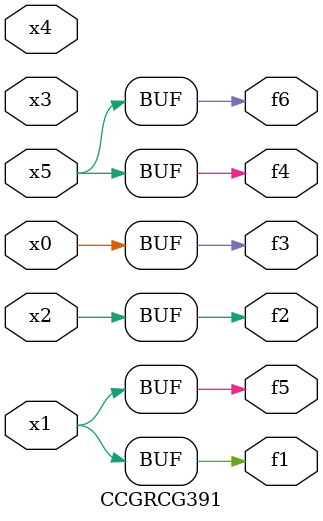
<source format=v>
module CCGRCG391(
	input x0, x1, x2, x3, x4, x5,
	output f1, f2, f3, f4, f5, f6
);
	assign f1 = x1;
	assign f2 = x2;
	assign f3 = x0;
	assign f4 = x5;
	assign f5 = x1;
	assign f6 = x5;
endmodule

</source>
